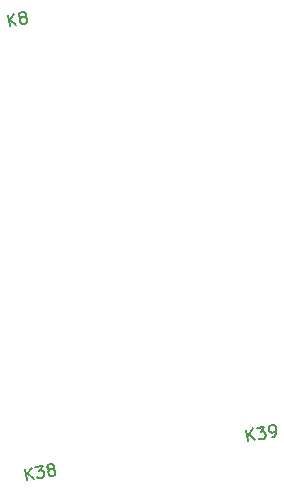
<source format=gbr>
%TF.GenerationSoftware,KiCad,Pcbnew,(6.0.1)*%
%TF.CreationDate,2022-01-26T01:35:16+07:00*%
%TF.ProjectId,Maja V1 PCB Redesign,4d616a61-2056-4312-9050-434220526564,rev?*%
%TF.SameCoordinates,Original*%
%TF.FileFunction,Legend,Top*%
%TF.FilePolarity,Positive*%
%FSLAX46Y46*%
G04 Gerber Fmt 4.6, Leading zero omitted, Abs format (unit mm)*
G04 Created by KiCad (PCBNEW (6.0.1)) date 2022-01-26 01:35:16*
%MOMM*%
%LPD*%
G01*
G04 APERTURE LIST*
%ADD10C,0.150000*%
G04 APERTURE END LIST*
D10*
%TO.C,K8*%
X204211543Y-100259702D02*
X204037895Y-99274894D01*
X204774290Y-100160474D02*
X204253002Y-99672147D01*
X204600642Y-99175666D02*
X204137122Y-99837641D01*
X205237810Y-99498499D02*
X205135750Y-99468142D01*
X205080585Y-99429515D01*
X205017151Y-99343993D01*
X205008883Y-99297097D01*
X205039240Y-99195037D01*
X205077867Y-99139872D01*
X205163389Y-99076439D01*
X205350972Y-99043363D01*
X205453032Y-99073721D01*
X205508196Y-99112347D01*
X205571630Y-99197870D01*
X205579899Y-99244765D01*
X205549541Y-99346825D01*
X205510914Y-99401990D01*
X205425392Y-99465423D01*
X205237810Y-99498499D01*
X205152288Y-99561933D01*
X205113661Y-99617097D01*
X205083303Y-99719158D01*
X205116379Y-99906740D01*
X205179813Y-99992262D01*
X205234977Y-100030889D01*
X205337037Y-100061247D01*
X205524620Y-100028171D01*
X205610142Y-99964737D01*
X205648769Y-99909573D01*
X205679126Y-99807512D01*
X205646050Y-99619930D01*
X205582617Y-99534408D01*
X205527452Y-99495781D01*
X205425392Y-99465423D01*
%TO.C,K39*%
X224428837Y-135381765D02*
X224255188Y-134396958D01*
X224991584Y-135282538D02*
X224470296Y-134794211D01*
X224817936Y-134297730D02*
X224354416Y-134959705D01*
X225146205Y-134239847D02*
X225755848Y-134132351D01*
X225493730Y-134565398D01*
X225634417Y-134540591D01*
X225736477Y-134570949D01*
X225791642Y-134609576D01*
X225855075Y-134695098D01*
X225896420Y-134929576D01*
X225866063Y-135031636D01*
X225827436Y-135086801D01*
X225741914Y-135150234D01*
X225460540Y-135199848D01*
X225358480Y-135169490D01*
X225303315Y-135130864D01*
X226398452Y-135034469D02*
X226586035Y-135001393D01*
X226671557Y-134937960D01*
X226710183Y-134882795D01*
X226779168Y-134725570D01*
X226792988Y-134529719D01*
X226726836Y-134154554D01*
X226663402Y-134069032D01*
X226608238Y-134030405D01*
X226506178Y-134000047D01*
X226318595Y-134033123D01*
X226233073Y-134096557D01*
X226194446Y-134151721D01*
X226164089Y-134253782D01*
X226205433Y-134488260D01*
X226268867Y-134573782D01*
X226324032Y-134612408D01*
X226426092Y-134642766D01*
X226613674Y-134609690D01*
X226699196Y-134546257D01*
X226737823Y-134491092D01*
X226768181Y-134389032D01*
%TO.C,K38*%
X205668087Y-138690466D02*
X205494438Y-137705659D01*
X206230834Y-138591239D02*
X205709546Y-138102912D01*
X206057186Y-137606431D02*
X205593666Y-138268406D01*
X206385455Y-137548548D02*
X206995098Y-137441052D01*
X206732980Y-137874099D01*
X206873667Y-137849292D01*
X206975727Y-137879650D01*
X207030892Y-137918277D01*
X207094325Y-138003799D01*
X207135670Y-138238277D01*
X207105313Y-138340337D01*
X207066686Y-138395502D01*
X206981164Y-138458935D01*
X206699790Y-138508549D01*
X206597730Y-138478191D01*
X206542565Y-138439565D01*
X207632266Y-137763885D02*
X207530206Y-137733527D01*
X207475041Y-137694900D01*
X207411608Y-137609378D01*
X207403339Y-137562483D01*
X207433696Y-137460422D01*
X207472323Y-137405258D01*
X207557845Y-137341824D01*
X207745428Y-137308748D01*
X207847488Y-137339106D01*
X207902652Y-137377733D01*
X207966086Y-137463255D01*
X207974355Y-137510151D01*
X207943997Y-137612211D01*
X207905371Y-137667375D01*
X207819848Y-137730809D01*
X207632266Y-137763885D01*
X207546744Y-137827318D01*
X207508117Y-137882483D01*
X207477759Y-137984543D01*
X207510835Y-138172125D01*
X207574269Y-138257648D01*
X207629433Y-138296274D01*
X207731493Y-138326632D01*
X207919076Y-138293556D01*
X208004598Y-138230123D01*
X208043225Y-138174958D01*
X208073582Y-138072898D01*
X208040507Y-137885315D01*
X207977073Y-137799793D01*
X207921908Y-137761167D01*
X207819848Y-137730809D01*
%TD*%
M02*

</source>
